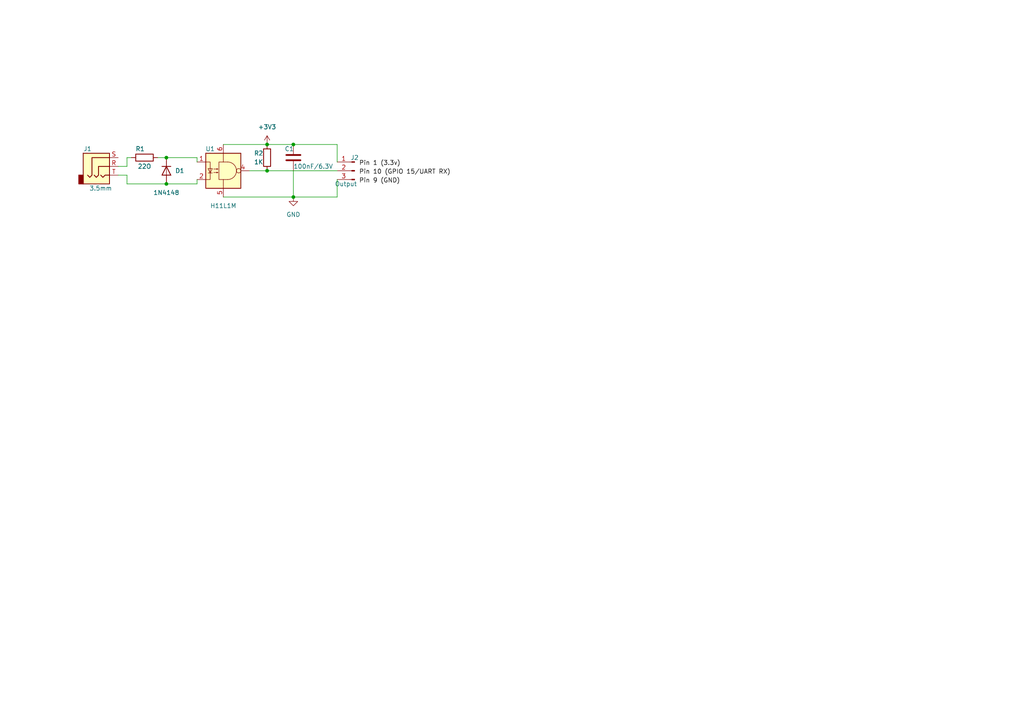
<source format=kicad_sch>
(kicad_sch (version 20230121) (generator eeschema)
  (paper "A4")
  (lib_symbols
    (symbol "Connector:AudioJack3"
      (property "Reference" "J" (at 0 8.89 0))
      (property "Value" "AudioJack3" (at 0 6.35 0))
      (symbol "AudioJack3_0_1"
        (rectangle (start -5.08 -5.08) (end -6.35 -2.54) (stroke (width 0.254)) (fill (type outline)))
        (polyline (pts (xy 0 -2.54) (xy 0.635 -3.175) (xy 1.27 -2.54) (xy 2.54 -2.54)) (stroke (width 0.254)))
        (polyline (pts (xy -1.905 -2.54) (xy -1.27 -3.175) (xy -0.635 -2.54) (xy -0.635 0) (xy 2.54 0)) (stroke (width 0.254)))
        (polyline (pts (xy 2.54 2.54) (xy -2.54 2.54) (xy -2.54 -2.54) (xy -3.175 -3.175) (xy -3.81 -2.54)) (stroke (width 0.254)))
        (rectangle (start 2.54 3.81) (end -5.08 -5.08) (stroke (width 0.254)) (fill (type background)))
      )
      (symbol "AudioJack3_1_1"
        (pin passive line (at 5.08 0 180) (length 2.54) (name "~") (number "R"))
        (pin passive line (at 5.08 2.54 180) (length 2.54) (name "~") (number "S"))
        (pin passive line (at 5.08 -2.54 180) (length 2.54) (name "~") (number "T"))
      )
    )
    (symbol "Connector:Conn_01x03_Male" (pin_names (offset 1.016) hide)
      (property "Reference" "J" (at 0 5.08 0))
      (property "Value" "Conn_01x03_Male" (at 0 -5.08 0))
      (symbol "Conn_01x03_Male_1_1"
        (polyline (pts (xy 1.27 -2.54) (xy 0.8636 -2.54)) (stroke (width 0.1524)))
        (polyline (pts (xy 1.27 0) (xy 0.8636 0)) (stroke (width 0.1524)))
        (polyline (pts (xy 1.27 2.54) (xy 0.8636 2.54)) (stroke (width 0.1524)))
        (rectangle (start 0.8636 -2.413) (end 0 -2.667) (stroke (width 0.1524)) (fill (type outline)))
        (rectangle (start 0.8636 0.127) (end 0 -0.127) (stroke (width 0.1524)) (fill (type outline)))
        (rectangle (start 0.8636 2.667) (end 0 2.413) (stroke (width 0.1524)) (fill (type outline)))
        (pin passive line (at 5.08 2.54 180) (length 3.81) (name "Pin_1") (number "1"))
        (pin passive line (at 5.08 0 180) (length 3.81) (name "Pin_2") (number "2"))
        (pin passive line (at 5.08 -2.54 180) (length 3.81) (name "Pin_3") (number "3"))
      )
    )
    (symbol "Device:C" (pin_numbers hide) (pin_names (offset 0.254))
      (property "Reference" "C" (at 0.635 2.54 0))
      (property "Value" "C" (at 0.635 -2.54 0))
      (symbol "C_0_1"
        (polyline (pts (xy -2.032 -0.762) (xy 2.032 -0.762)) (stroke (width 0.508)))
        (polyline (pts (xy -2.032 0.762) (xy 2.032 0.762)) (stroke (width 0.508)))
      )
      (symbol "C_1_1"
        (pin passive line (at 0 3.81 270) (length 2.794) (name "~") (number "1"))
        (pin passive line (at 0 -3.81 90) (length 2.794) (name "~") (number "2"))
      )
    )
    (symbol "Device:R" (pin_numbers hide) (pin_names (offset 0))
      (property "Reference" "R" (at 2.032 0 90))
      (property "Value" "R" (at 0 0 90))
      (symbol "R_0_1"
        (rectangle (start -1.016 -2.54) (end 1.016 2.54) (stroke (width 0.254)))
      )
      (symbol "R_1_1"
        (pin passive line (at 0 3.81 270) (length 1.27) (name "~") (number "1"))
        (pin passive line (at 0 -3.81 90) (length 1.27) (name "~") (number "2"))
      )
    )
    (symbol "Diode:1N4148" (pin_numbers hide) (pin_names (offset 1.016) hide)
      (property "Reference" "D" (at 0 2.54 0))
      (property "Value" "1N4148" (at 0 -2.54 0))
      (symbol "1N4148_0_1"
        (polyline (pts (xy -1.27 1.27) (xy -1.27 -1.27)) (stroke (width 0.254)))
        (polyline (pts (xy 1.27 0) (xy -1.27 0)))
        (polyline (pts (xy 1.27 1.27) (xy 1.27 -1.27) (xy -1.27 0) (xy 1.27 1.27)) (stroke (width 0.254)))
      )
      (symbol "1N4148_1_1"
        (pin passive line (at -3.81 0 0) (length 2.54) (name "K") (number "1"))
        (pin passive line (at 3.81 0 180) (length 2.54) (name "A") (number "2"))
      )
    )
    (symbol "Isolator:H11L1" (pin_names (offset 1.016))
      (property "Reference" "U" (at 1.27 8.89 0))
      (property "Value" "H11L1" (at 1.27 6.35 0))
      (symbol "H11L1_0_1"
        (rectangle (start -5.08 5.08) (end 5.08 -5.08) (stroke (width 0.254)) (fill (type background)))
        (polyline (pts (xy -4.445 -0.635) (xy -3.175 -0.635)))
        (polyline (pts (xy 0 2.54) (xy 0 5.08)))
        (polyline (pts (xy 0 -2.54) (xy 0 -5.08) (xy 0 -3.81)))
        (polyline (pts (xy -5.08 -2.54) (xy -3.81 -2.54) (xy -3.81 2.54) (xy -5.08 2.54)))
        (polyline (pts (xy -3.81 -0.635) (xy -4.445 0.635) (xy -3.175 0.635) (xy -3.81 -0.635)))
        (polyline (pts (xy 1.27 -2.54) (xy -1.27 -2.54) (xy -1.27 2.54) (xy 1.27 2.54)))
        (polyline (pts (xy -2.794 -0.508) (xy -1.524 -0.508) (xy -1.905 -0.635) (xy -1.905 -0.381) (xy -1.524 -0.508)))
        (polyline (pts (xy -2.794 0.508) (xy -1.524 0.508) (xy -1.905 0.381) (xy -1.905 0.635) (xy -1.524 0.508)))
        (arc (start 1.27 -2.54) (mid 3.799 0) (end 1.27 2.54))
      )
      (symbol "H11L1_1_1"
        (pin passive line (at -7.62 2.54 0) (length 2.54) (name "~") (number "1"))
        (pin passive line (at -7.62 -2.54 0) (length 2.54) (name "~") (number "2"))
        (pin no_connect line (at -5.08 0 0) (length 2.54) hide (name "~") (number "3"))
        (pin output inverted (at 7.62 0 180) (length 3.81) (name "~") (number "4"))
        (pin power_in line (at 0 -7.62 90) (length 2.54) (name "~") (number "5"))
        (pin power_in line (at 0 7.62 270) (length 2.54) (name "~") (number "6"))
      )
    )
    (symbol "power:+3.3V" (power) (pin_names (offset 0))
      (property "Value" "+3.3V" (at 0 3.556 0))
      (symbol "+3.3V_0_1"
        (polyline (pts (xy -0.762 1.27) (xy 0 2.54)))
        (polyline (pts (xy 0 0) (xy 0 2.54)))
        (polyline (pts (xy 0 2.54) (xy 0.762 1.27)))
      )
      (symbol "+3.3V_1_1"
        (pin power_in line (at 0 0 90) (length 0) hide (name "+3V3") (number "1"))
      )
    )
    (symbol "power:GND" (power) (pin_names (offset 0))
      (property "Value" "GND" (at 0 -3.81 0))
      (symbol "GND_0_1"
        (polyline (pts (xy 0 0) (xy 0 -1.27) (xy 1.27 -1.27) (xy 0 -2.54) (xy -1.27 -1.27) (xy 0 -1.27)))
      )
      (symbol "GND_1_1"
        (pin power_in line (at 0 0 270) (length 0) hide (name "GND") (number "1"))
      )
    )
  )
  (junction (at 48.26 45.72))
  (junction (at 85.09 41.91))
  (junction (at 77.47 41.91))
  (junction (at 77.47 49.53))
  (junction (at 85.09 57.15))
  (junction (at 48.26 53.34))
  (wire (pts (xy 34.29 50.8) (xy 36.83 50.8)))
  (wire (pts (xy 36.83 48.26) (xy 36.83 45.72)))
  (wire (pts (xy 97.79 57.15) (xy 85.09 57.15)))
  (wire (pts (xy 34.29 48.26) (xy 36.83 48.26)))
  (wire (pts (xy 45.72 45.72) (xy 48.26 45.72)))
  (wire (pts (xy 57.15 45.72) (xy 57.15 46.99)))
  (wire (pts (xy 72.39 49.53) (xy 77.47 49.53)))
  (wire (pts (xy 77.47 41.91) (xy 85.09 41.91)))
  (wire (pts (xy 64.77 41.91) (xy 77.47 41.91)))
  (wire (pts (xy 57.15 53.34) (xy 57.15 52.07)))
  (wire (pts (xy 77.47 49.53) (xy 97.79 49.53)))
  (wire (pts (xy 97.79 46.99) (xy 97.79 41.91)))
  (wire (pts (xy 85.09 49.53) (xy 85.09 57.15)))
  (wire (pts (xy 36.83 45.72) (xy 38.1 45.72)))
  (wire (pts (xy 97.79 52.07) (xy 97.79 57.15)))
  (wire (pts (xy 36.83 53.34) (xy 48.26 53.34)))
  (wire (pts (xy 36.83 50.8) (xy 36.83 53.34)))
  (wire (pts (xy 57.15 45.72) (xy 48.26 45.72)))
  (wire (pts (xy 85.09 57.15) (xy 64.77 57.15)))
  (wire (pts (xy 48.26 53.34) (xy 57.15 53.34)))
  (wire (pts (xy 97.79 41.91) (xy 85.09 41.91)))
  (label "Pin 1 (3.3v)" (at 104.14 48.26 0))
  (label "Pin 10 (GPIO 15{slash}UART RX)" (at 104.14 50.8 0))
  (label "Pin 9 (GND)" (at 104.14 53.34 0))
  (symbol (lib_id "Isolator:H11L1") (at 64.77 49.53 0) (unit 1)
    (property "Reference" "U1" (at 60.96 43.18 0))
    (property "Value" "H11L1M" (at 64.77 59.69 0))
    (property "Footprint" "Package_DIP:DIP-6_W7.62mm" (effects hide))
    (property "Datasheet" "https://www.onsemi.com/pub/Collateral/H11L3M-D.PDF" (effects hide))
  )
  (symbol (lib_id "Connector:Conn_01x03_Male") (at 102.87 49.53 0) (mirror y) (unit 1)
    (property "Reference" "J2" (at 102.87 45.72 0))
    (property "Value" "Output" (at 100.33 53.34 0))
    (property "Footprint" "Connector_Wire:SolderWire-0.1sqmm_1x03_P3.6mm_D0.4mm_OD1mm" (effects hide))
  )
  (symbol (lib_id "power:GND") (at 85.09 57.15 0) (unit 1)
    (property "Reference" "#PWR0102" (effects hide))
    (property "Value" "GND" (at 85.09 62.23 0))
  )
  (symbol (lib_id "Connector:AudioJack3") (at 29.21 48.26 0) (unit 1)
    (property "Reference" "J1" (at 25.4 43.18 0))
    (property "Value" "3.5mm" (at 29.21 54.61 0))
    (property "Footprint" "Connector_Audio:Jack_3.5mm_CUI_SJ-3523-SMT_Horizontal" (effects hide))
  )
  (symbol (lib_id "Diode:1N4148") (at 48.26 49.53 270) (unit 1)
    (property "Reference" "D1" (at 50.8 49.53 90) (effects (justify left)))
    (property "Value" "1N4148" (at 44.45 55.88 90) (effects (justify left)))
    (property "Footprint" "Diode_THT:D_DO-41_SOD81_P2.54mm_Vertical_KathodeUp" (effects hide))
    (property "Datasheet" "https://assets.nexperia.com/documents/data-sheet/1N4148_1N4448.pdf" (effects hide))
  )
  (symbol (lib_id "Device:R") (at 77.47 45.72 0) (unit 1)
    (property "Reference" "R2" (at 73.66 44.45 0) (effects (justify left)))
    (property "Value" "1K" (at 73.66 46.99 0) (effects (justify left)))
    (property "Footprint" "Resistor_THT:R_Axial_DIN0204_L3.6mm_D1.6mm_P1.90mm_Vertical" (effects hide))
  )
  (symbol (lib_id "Device:C") (at 85.09 45.72 0) (unit 1)
    (property "Reference" "C1" (at 82.55 43.18 0) (effects (justify left)))
    (property "Value" "100nF/6.3V" (at 85.09 48.26 0) (effects (justify left)))
    (property "Footprint" "Capacitor_THT:CP_Radial_D8.0mm_P3.50mm" (effects hide))
  )
  (symbol (lib_id "Device:R") (at 41.91 45.72 90) (unit 1)
    (property "Reference" "R1" (at 40.64 43.18 90))
    (property "Value" "22O" (at 41.91 48.26 90))
    (property "Footprint" "Resistor_THT:R_Axial_DIN0204_L3.6mm_D1.6mm_P1.90mm_Vertical" (effects hide))
  )
  (symbol (lib_id "power:+3.3V") (at 77.47 41.91 0) (unit 1)
    (property "Reference" "#PWR0101" (effects hide))
    (property "Value" "+3.3V" (at 77.47 36.83 0))
  )
)
</source>
